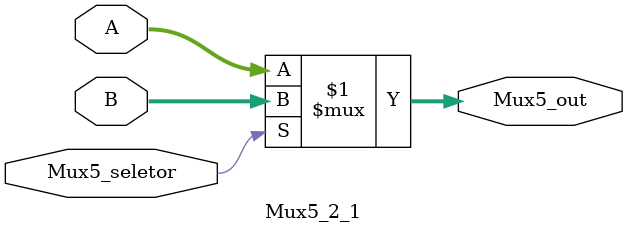
<source format=sv>
module  Mux5_2_1 (
	input  logic  [4:0] A, 
	input  logic  [4:0] B,
	input  logic  Mux5_seletor, 
	output logic  [4:0] Mux5_out
);

assign Mux5_out = (Mux5_seletor) ? B : A;

endmodule 
</source>
